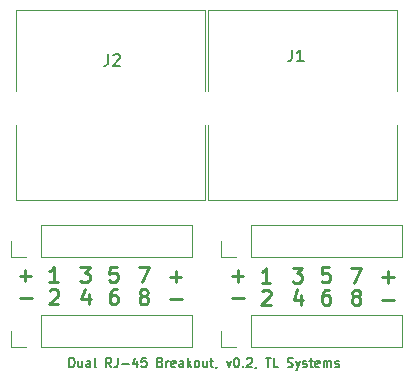
<source format=gbr>
G04 #@! TF.FileFunction,Legend,Top*
%FSLAX46Y46*%
G04 Gerber Fmt 4.6, Leading zero omitted, Abs format (unit mm)*
G04 Created by KiCad (PCBNEW 4.0.6) date 12/15/17 17:43:23*
%MOMM*%
%LPD*%
G01*
G04 APERTURE LIST*
%ADD10C,0.101600*%
%ADD11C,0.152400*%
%ADD12C,0.228600*%
%ADD13C,0.120000*%
%ADD14C,0.150000*%
G04 APERTURE END LIST*
D10*
D11*
X130782788Y-110783914D02*
X130782788Y-110021914D01*
X130964216Y-110021914D01*
X131073073Y-110058200D01*
X131145645Y-110130771D01*
X131181930Y-110203343D01*
X131218216Y-110348486D01*
X131218216Y-110457343D01*
X131181930Y-110602486D01*
X131145645Y-110675057D01*
X131073073Y-110747629D01*
X130964216Y-110783914D01*
X130782788Y-110783914D01*
X131871359Y-110275914D02*
X131871359Y-110783914D01*
X131544788Y-110275914D02*
X131544788Y-110675057D01*
X131581073Y-110747629D01*
X131653645Y-110783914D01*
X131762502Y-110783914D01*
X131835073Y-110747629D01*
X131871359Y-110711343D01*
X132560788Y-110783914D02*
X132560788Y-110384771D01*
X132524502Y-110312200D01*
X132451931Y-110275914D01*
X132306788Y-110275914D01*
X132234217Y-110312200D01*
X132560788Y-110747629D02*
X132488217Y-110783914D01*
X132306788Y-110783914D01*
X132234217Y-110747629D01*
X132197931Y-110675057D01*
X132197931Y-110602486D01*
X132234217Y-110529914D01*
X132306788Y-110493629D01*
X132488217Y-110493629D01*
X132560788Y-110457343D01*
X133032503Y-110783914D02*
X132959931Y-110747629D01*
X132923646Y-110675057D01*
X132923646Y-110021914D01*
X134338788Y-110783914D02*
X134084788Y-110421057D01*
X133903360Y-110783914D02*
X133903360Y-110021914D01*
X134193645Y-110021914D01*
X134266217Y-110058200D01*
X134302502Y-110094486D01*
X134338788Y-110167057D01*
X134338788Y-110275914D01*
X134302502Y-110348486D01*
X134266217Y-110384771D01*
X134193645Y-110421057D01*
X133903360Y-110421057D01*
X134883074Y-110021914D02*
X134883074Y-110566200D01*
X134846788Y-110675057D01*
X134774217Y-110747629D01*
X134665360Y-110783914D01*
X134592788Y-110783914D01*
X135245931Y-110493629D02*
X135826502Y-110493629D01*
X136515931Y-110275914D02*
X136515931Y-110783914D01*
X136334502Y-109985629D02*
X136153074Y-110529914D01*
X136624788Y-110529914D01*
X137277931Y-110021914D02*
X136915074Y-110021914D01*
X136878788Y-110384771D01*
X136915074Y-110348486D01*
X136987645Y-110312200D01*
X137169074Y-110312200D01*
X137241645Y-110348486D01*
X137277931Y-110384771D01*
X137314216Y-110457343D01*
X137314216Y-110638771D01*
X137277931Y-110711343D01*
X137241645Y-110747629D01*
X137169074Y-110783914D01*
X136987645Y-110783914D01*
X136915074Y-110747629D01*
X136878788Y-110711343D01*
X138475359Y-110384771D02*
X138584216Y-110421057D01*
X138620501Y-110457343D01*
X138656787Y-110529914D01*
X138656787Y-110638771D01*
X138620501Y-110711343D01*
X138584216Y-110747629D01*
X138511644Y-110783914D01*
X138221359Y-110783914D01*
X138221359Y-110021914D01*
X138475359Y-110021914D01*
X138547930Y-110058200D01*
X138584216Y-110094486D01*
X138620501Y-110167057D01*
X138620501Y-110239629D01*
X138584216Y-110312200D01*
X138547930Y-110348486D01*
X138475359Y-110384771D01*
X138221359Y-110384771D01*
X138983359Y-110783914D02*
X138983359Y-110275914D01*
X138983359Y-110421057D02*
X139019644Y-110348486D01*
X139055930Y-110312200D01*
X139128501Y-110275914D01*
X139201073Y-110275914D01*
X139745358Y-110747629D02*
X139672787Y-110783914D01*
X139527644Y-110783914D01*
X139455073Y-110747629D01*
X139418787Y-110675057D01*
X139418787Y-110384771D01*
X139455073Y-110312200D01*
X139527644Y-110275914D01*
X139672787Y-110275914D01*
X139745358Y-110312200D01*
X139781644Y-110384771D01*
X139781644Y-110457343D01*
X139418787Y-110529914D01*
X140434787Y-110783914D02*
X140434787Y-110384771D01*
X140398501Y-110312200D01*
X140325930Y-110275914D01*
X140180787Y-110275914D01*
X140108216Y-110312200D01*
X140434787Y-110747629D02*
X140362216Y-110783914D01*
X140180787Y-110783914D01*
X140108216Y-110747629D01*
X140071930Y-110675057D01*
X140071930Y-110602486D01*
X140108216Y-110529914D01*
X140180787Y-110493629D01*
X140362216Y-110493629D01*
X140434787Y-110457343D01*
X140797645Y-110783914D02*
X140797645Y-110021914D01*
X140870216Y-110493629D02*
X141087930Y-110783914D01*
X141087930Y-110275914D02*
X140797645Y-110566200D01*
X141523359Y-110783914D02*
X141450787Y-110747629D01*
X141414502Y-110711343D01*
X141378216Y-110638771D01*
X141378216Y-110421057D01*
X141414502Y-110348486D01*
X141450787Y-110312200D01*
X141523359Y-110275914D01*
X141632216Y-110275914D01*
X141704787Y-110312200D01*
X141741073Y-110348486D01*
X141777359Y-110421057D01*
X141777359Y-110638771D01*
X141741073Y-110711343D01*
X141704787Y-110747629D01*
X141632216Y-110783914D01*
X141523359Y-110783914D01*
X142430502Y-110275914D02*
X142430502Y-110783914D01*
X142103931Y-110275914D02*
X142103931Y-110675057D01*
X142140216Y-110747629D01*
X142212788Y-110783914D01*
X142321645Y-110783914D01*
X142394216Y-110747629D01*
X142430502Y-110711343D01*
X142684502Y-110275914D02*
X142974788Y-110275914D01*
X142793360Y-110021914D02*
X142793360Y-110675057D01*
X142829645Y-110747629D01*
X142902217Y-110783914D01*
X142974788Y-110783914D01*
X143265074Y-110747629D02*
X143265074Y-110783914D01*
X143228789Y-110856486D01*
X143192503Y-110892771D01*
X144099645Y-110275914D02*
X144281074Y-110783914D01*
X144462502Y-110275914D01*
X144897930Y-110021914D02*
X144970502Y-110021914D01*
X145043073Y-110058200D01*
X145079359Y-110094486D01*
X145115645Y-110167057D01*
X145151930Y-110312200D01*
X145151930Y-110493629D01*
X145115645Y-110638771D01*
X145079359Y-110711343D01*
X145043073Y-110747629D01*
X144970502Y-110783914D01*
X144897930Y-110783914D01*
X144825359Y-110747629D01*
X144789073Y-110711343D01*
X144752788Y-110638771D01*
X144716502Y-110493629D01*
X144716502Y-110312200D01*
X144752788Y-110167057D01*
X144789073Y-110094486D01*
X144825359Y-110058200D01*
X144897930Y-110021914D01*
X145478502Y-110711343D02*
X145514787Y-110747629D01*
X145478502Y-110783914D01*
X145442216Y-110747629D01*
X145478502Y-110711343D01*
X145478502Y-110783914D01*
X145805073Y-110094486D02*
X145841359Y-110058200D01*
X145913930Y-110021914D01*
X146095359Y-110021914D01*
X146167930Y-110058200D01*
X146204216Y-110094486D01*
X146240501Y-110167057D01*
X146240501Y-110239629D01*
X146204216Y-110348486D01*
X145768787Y-110783914D01*
X146240501Y-110783914D01*
X146603358Y-110747629D02*
X146603358Y-110783914D01*
X146567073Y-110856486D01*
X146530787Y-110892771D01*
X147401643Y-110021914D02*
X147837072Y-110021914D01*
X147619358Y-110783914D02*
X147619358Y-110021914D01*
X148453929Y-110783914D02*
X148091072Y-110783914D01*
X148091072Y-110021914D01*
X149252214Y-110747629D02*
X149361071Y-110783914D01*
X149542500Y-110783914D01*
X149615071Y-110747629D01*
X149651357Y-110711343D01*
X149687642Y-110638771D01*
X149687642Y-110566200D01*
X149651357Y-110493629D01*
X149615071Y-110457343D01*
X149542500Y-110421057D01*
X149397357Y-110384771D01*
X149324785Y-110348486D01*
X149288500Y-110312200D01*
X149252214Y-110239629D01*
X149252214Y-110167057D01*
X149288500Y-110094486D01*
X149324785Y-110058200D01*
X149397357Y-110021914D01*
X149578785Y-110021914D01*
X149687642Y-110058200D01*
X149941642Y-110275914D02*
X150123071Y-110783914D01*
X150304499Y-110275914D02*
X150123071Y-110783914D01*
X150050499Y-110965343D01*
X150014214Y-111001629D01*
X149941642Y-111037914D01*
X150558499Y-110747629D02*
X150631070Y-110783914D01*
X150776213Y-110783914D01*
X150848785Y-110747629D01*
X150885070Y-110675057D01*
X150885070Y-110638771D01*
X150848785Y-110566200D01*
X150776213Y-110529914D01*
X150667356Y-110529914D01*
X150594785Y-110493629D01*
X150558499Y-110421057D01*
X150558499Y-110384771D01*
X150594785Y-110312200D01*
X150667356Y-110275914D01*
X150776213Y-110275914D01*
X150848785Y-110312200D01*
X151102784Y-110275914D02*
X151393070Y-110275914D01*
X151211642Y-110021914D02*
X151211642Y-110675057D01*
X151247927Y-110747629D01*
X151320499Y-110783914D01*
X151393070Y-110783914D01*
X151937356Y-110747629D02*
X151864785Y-110783914D01*
X151719642Y-110783914D01*
X151647071Y-110747629D01*
X151610785Y-110675057D01*
X151610785Y-110384771D01*
X151647071Y-110312200D01*
X151719642Y-110275914D01*
X151864785Y-110275914D01*
X151937356Y-110312200D01*
X151973642Y-110384771D01*
X151973642Y-110457343D01*
X151610785Y-110529914D01*
X152300214Y-110783914D02*
X152300214Y-110275914D01*
X152300214Y-110348486D02*
X152336499Y-110312200D01*
X152409071Y-110275914D01*
X152517928Y-110275914D01*
X152590499Y-110312200D01*
X152626785Y-110384771D01*
X152626785Y-110783914D01*
X152626785Y-110384771D02*
X152663071Y-110312200D01*
X152735642Y-110275914D01*
X152844499Y-110275914D01*
X152917071Y-110312200D01*
X152953356Y-110384771D01*
X152953356Y-110783914D01*
X153279928Y-110747629D02*
X153352499Y-110783914D01*
X153497642Y-110783914D01*
X153570214Y-110747629D01*
X153606499Y-110675057D01*
X153606499Y-110638771D01*
X153570214Y-110566200D01*
X153497642Y-110529914D01*
X153388785Y-110529914D01*
X153316214Y-110493629D01*
X153279928Y-110421057D01*
X153279928Y-110384771D01*
X153316214Y-110312200D01*
X153388785Y-110275914D01*
X153497642Y-110275914D01*
X153570214Y-110312200D01*
D12*
X139298010Y-103136097D02*
X140265629Y-103136097D01*
X139781819Y-103619907D02*
X139781819Y-102652288D01*
X136968467Y-104761093D02*
X136847514Y-104700616D01*
X136787038Y-104640140D01*
X136726562Y-104519188D01*
X136726562Y-104458712D01*
X136787038Y-104337759D01*
X136847514Y-104277283D01*
X136968467Y-104216807D01*
X137210371Y-104216807D01*
X137331324Y-104277283D01*
X137391800Y-104337759D01*
X137452276Y-104458712D01*
X137452276Y-104519188D01*
X137391800Y-104640140D01*
X137331324Y-104700616D01*
X137210371Y-104761093D01*
X136968467Y-104761093D01*
X136847514Y-104821569D01*
X136787038Y-104882045D01*
X136726562Y-105002997D01*
X136726562Y-105244902D01*
X136787038Y-105365854D01*
X136847514Y-105426331D01*
X136968467Y-105486807D01*
X137210371Y-105486807D01*
X137331324Y-105426331D01*
X137391800Y-105365854D01*
X137452276Y-105244902D01*
X137452276Y-105002997D01*
X137391800Y-104882045D01*
X137331324Y-104821569D01*
X137210371Y-104761093D01*
X139323410Y-105028397D02*
X140291029Y-105028397D01*
X136640686Y-102324507D02*
X137487352Y-102324507D01*
X136943067Y-103594507D01*
X134791324Y-104191407D02*
X134549419Y-104191407D01*
X134428467Y-104251883D01*
X134367990Y-104312359D01*
X134247038Y-104493788D01*
X134186562Y-104735693D01*
X134186562Y-105219502D01*
X134247038Y-105340454D01*
X134307514Y-105400931D01*
X134428467Y-105461407D01*
X134670371Y-105461407D01*
X134791324Y-105400931D01*
X134851800Y-105340454D01*
X134912276Y-105219502D01*
X134912276Y-104917121D01*
X134851800Y-104796169D01*
X134791324Y-104735693D01*
X134670371Y-104675216D01*
X134428467Y-104675216D01*
X134307514Y-104735693D01*
X134247038Y-104796169D01*
X134186562Y-104917121D01*
X131713086Y-102324507D02*
X132499276Y-102324507D01*
X132075943Y-102808316D01*
X132257371Y-102808316D01*
X132378324Y-102868793D01*
X132438800Y-102929269D01*
X132499276Y-103050221D01*
X132499276Y-103352602D01*
X132438800Y-103473554D01*
X132378324Y-103534031D01*
X132257371Y-103594507D01*
X131894514Y-103594507D01*
X131773562Y-103534031D01*
X131713086Y-103473554D01*
X132403724Y-104640140D02*
X132403724Y-105486807D01*
X132101343Y-104156331D02*
X131798962Y-105063473D01*
X132585152Y-105063473D01*
X134826400Y-102299107D02*
X134221638Y-102299107D01*
X134161162Y-102903869D01*
X134221638Y-102843393D01*
X134342590Y-102782916D01*
X134644971Y-102782916D01*
X134765924Y-102843393D01*
X134826400Y-102903869D01*
X134886876Y-103024821D01*
X134886876Y-103327202D01*
X134826400Y-103448154D01*
X134765924Y-103508631D01*
X134644971Y-103569107D01*
X134342590Y-103569107D01*
X134221638Y-103508631D01*
X134161162Y-103448154D01*
X129819576Y-103594507D02*
X129093862Y-103594507D01*
X129456719Y-103594507D02*
X129456719Y-102324507D01*
X129335767Y-102505935D01*
X129214814Y-102626888D01*
X129093862Y-102687364D01*
X129119262Y-104337759D02*
X129179738Y-104277283D01*
X129300690Y-104216807D01*
X129603071Y-104216807D01*
X129724024Y-104277283D01*
X129784500Y-104337759D01*
X129844976Y-104458712D01*
X129844976Y-104579664D01*
X129784500Y-104761093D01*
X129058786Y-105486807D01*
X129844976Y-105486807D01*
X126585310Y-103034497D02*
X127552929Y-103034497D01*
X127069119Y-103518307D02*
X127069119Y-102550688D01*
X126610710Y-104926797D02*
X127578329Y-104926797D01*
X157293910Y-105066497D02*
X158261529Y-105066497D01*
X157268510Y-103174197D02*
X158236129Y-103174197D01*
X157752319Y-103658007D02*
X157752319Y-102690388D01*
X154938967Y-104799193D02*
X154818014Y-104738716D01*
X154757538Y-104678240D01*
X154697062Y-104557288D01*
X154697062Y-104496812D01*
X154757538Y-104375859D01*
X154818014Y-104315383D01*
X154938967Y-104254907D01*
X155180871Y-104254907D01*
X155301824Y-104315383D01*
X155362300Y-104375859D01*
X155422776Y-104496812D01*
X155422776Y-104557288D01*
X155362300Y-104678240D01*
X155301824Y-104738716D01*
X155180871Y-104799193D01*
X154938967Y-104799193D01*
X154818014Y-104859669D01*
X154757538Y-104920145D01*
X154697062Y-105041097D01*
X154697062Y-105283002D01*
X154757538Y-105403954D01*
X154818014Y-105464431D01*
X154938967Y-105524907D01*
X155180871Y-105524907D01*
X155301824Y-105464431D01*
X155362300Y-105403954D01*
X155422776Y-105283002D01*
X155422776Y-105041097D01*
X155362300Y-104920145D01*
X155301824Y-104859669D01*
X155180871Y-104799193D01*
X154611186Y-102362607D02*
X155457852Y-102362607D01*
X154913567Y-103632607D01*
X152761824Y-104229507D02*
X152519919Y-104229507D01*
X152398967Y-104289983D01*
X152338490Y-104350459D01*
X152217538Y-104531888D01*
X152157062Y-104773793D01*
X152157062Y-105257602D01*
X152217538Y-105378554D01*
X152278014Y-105439031D01*
X152398967Y-105499507D01*
X152640871Y-105499507D01*
X152761824Y-105439031D01*
X152822300Y-105378554D01*
X152882776Y-105257602D01*
X152882776Y-104955221D01*
X152822300Y-104834269D01*
X152761824Y-104773793D01*
X152640871Y-104713316D01*
X152398967Y-104713316D01*
X152278014Y-104773793D01*
X152217538Y-104834269D01*
X152157062Y-104955221D01*
X152796900Y-102337207D02*
X152192138Y-102337207D01*
X152131662Y-102941969D01*
X152192138Y-102881493D01*
X152313090Y-102821016D01*
X152615471Y-102821016D01*
X152736424Y-102881493D01*
X152796900Y-102941969D01*
X152857376Y-103062921D01*
X152857376Y-103365302D01*
X152796900Y-103486254D01*
X152736424Y-103546731D01*
X152615471Y-103607207D01*
X152313090Y-103607207D01*
X152192138Y-103546731D01*
X152131662Y-103486254D01*
X150374224Y-104678240D02*
X150374224Y-105524907D01*
X150071843Y-104194431D02*
X149769462Y-105101573D01*
X150555652Y-105101573D01*
X149683586Y-102362607D02*
X150469776Y-102362607D01*
X150046443Y-102846416D01*
X150227871Y-102846416D01*
X150348824Y-102906893D01*
X150409300Y-102967369D01*
X150469776Y-103088321D01*
X150469776Y-103390702D01*
X150409300Y-103511654D01*
X150348824Y-103572131D01*
X150227871Y-103632607D01*
X149865014Y-103632607D01*
X149744062Y-103572131D01*
X149683586Y-103511654D01*
X147089762Y-104375859D02*
X147150238Y-104315383D01*
X147271190Y-104254907D01*
X147573571Y-104254907D01*
X147694524Y-104315383D01*
X147755000Y-104375859D01*
X147815476Y-104496812D01*
X147815476Y-104617764D01*
X147755000Y-104799193D01*
X147029286Y-105524907D01*
X147815476Y-105524907D01*
X147790076Y-103632607D02*
X147064362Y-103632607D01*
X147427219Y-103632607D02*
X147427219Y-102362607D01*
X147306267Y-102544035D01*
X147185314Y-102664988D01*
X147064362Y-102725464D01*
X144581210Y-104964897D02*
X145548829Y-104964897D01*
X144555810Y-103072597D02*
X145523429Y-103072597D01*
X145039619Y-103556407D02*
X145039619Y-102588788D01*
D13*
X142245619Y-96669983D02*
X142245619Y-90319983D01*
X126243619Y-96669983D02*
X126243619Y-90319983D01*
X142245619Y-80540983D02*
X126243619Y-80540983D01*
X142245619Y-80540983D02*
X142245619Y-87398983D01*
X126243619Y-80540983D02*
X126230919Y-87398983D01*
X142245619Y-96669983D02*
X126243619Y-96669983D01*
X158501619Y-96657283D02*
X158501619Y-90307283D01*
X142499619Y-96657283D02*
X142499619Y-90307283D01*
X158501619Y-80528283D02*
X142499619Y-80528283D01*
X158501619Y-80528283D02*
X158501619Y-87386283D01*
X142499619Y-80528283D02*
X142486919Y-87386283D01*
X158501619Y-96657283D02*
X142499619Y-96657283D01*
X158942619Y-109048983D02*
X158942619Y-106388983D01*
X146182619Y-109048983D02*
X158942619Y-109048983D01*
X146182619Y-106388983D02*
X158942619Y-106388983D01*
X146182619Y-109048983D02*
X146182619Y-106388983D01*
X144912619Y-109048983D02*
X143582619Y-109048983D01*
X143582619Y-109048983D02*
X143582619Y-107718983D01*
X141162619Y-109048983D02*
X141162619Y-106388983D01*
X128402619Y-109048983D02*
X141162619Y-109048983D01*
X128402619Y-106388983D02*
X141162619Y-106388983D01*
X128402619Y-109048983D02*
X128402619Y-106388983D01*
X127132619Y-109048983D02*
X125802619Y-109048983D01*
X125802619Y-109048983D02*
X125802619Y-107718983D01*
X158942619Y-101428983D02*
X158942619Y-98768983D01*
X146182619Y-101428983D02*
X158942619Y-101428983D01*
X146182619Y-98768983D02*
X158942619Y-98768983D01*
X146182619Y-101428983D02*
X146182619Y-98768983D01*
X144912619Y-101428983D02*
X143582619Y-101428983D01*
X143582619Y-101428983D02*
X143582619Y-100098983D01*
X141162619Y-101428983D02*
X141162619Y-98768983D01*
X128402619Y-101428983D02*
X141162619Y-101428983D01*
X128402619Y-98768983D02*
X141162619Y-98768983D01*
X128402619Y-101428983D02*
X128402619Y-98768983D01*
X127132619Y-101428983D02*
X125802619Y-101428983D01*
X125802619Y-101428983D02*
X125802619Y-100098983D01*
D14*
X134063686Y-84298664D02*
X134063686Y-85012950D01*
X134016066Y-85155807D01*
X133920828Y-85251045D01*
X133777971Y-85298664D01*
X133682733Y-85298664D01*
X134492257Y-84393902D02*
X134539876Y-84346283D01*
X134635114Y-84298664D01*
X134873210Y-84298664D01*
X134968448Y-84346283D01*
X135016067Y-84393902D01*
X135063686Y-84489140D01*
X135063686Y-84584378D01*
X135016067Y-84727235D01*
X134444638Y-85298664D01*
X135063686Y-85298664D01*
X149633886Y-83904964D02*
X149633886Y-84619250D01*
X149586266Y-84762107D01*
X149491028Y-84857345D01*
X149348171Y-84904964D01*
X149252933Y-84904964D01*
X150633886Y-84904964D02*
X150062457Y-84904964D01*
X150348171Y-84904964D02*
X150348171Y-83904964D01*
X150252933Y-84047821D01*
X150157695Y-84143059D01*
X150062457Y-84190678D01*
M02*

</source>
